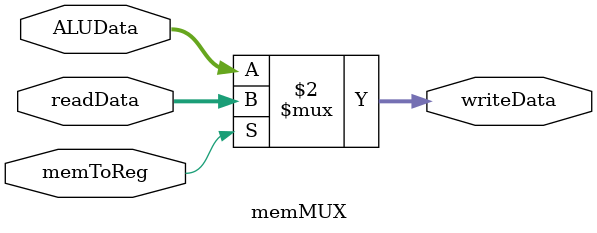
<source format=v>


module memMUX (memToReg, readData, ALUData, writeData);

    input wire memToReg;
    input wire [31:0] readData;
    input wire [31:0] ALUData;
    
    output wire [31:0] writeData;


    assign writeData = (memToReg == 1'b1) ? readData : ALUData;

endmodule
</source>
